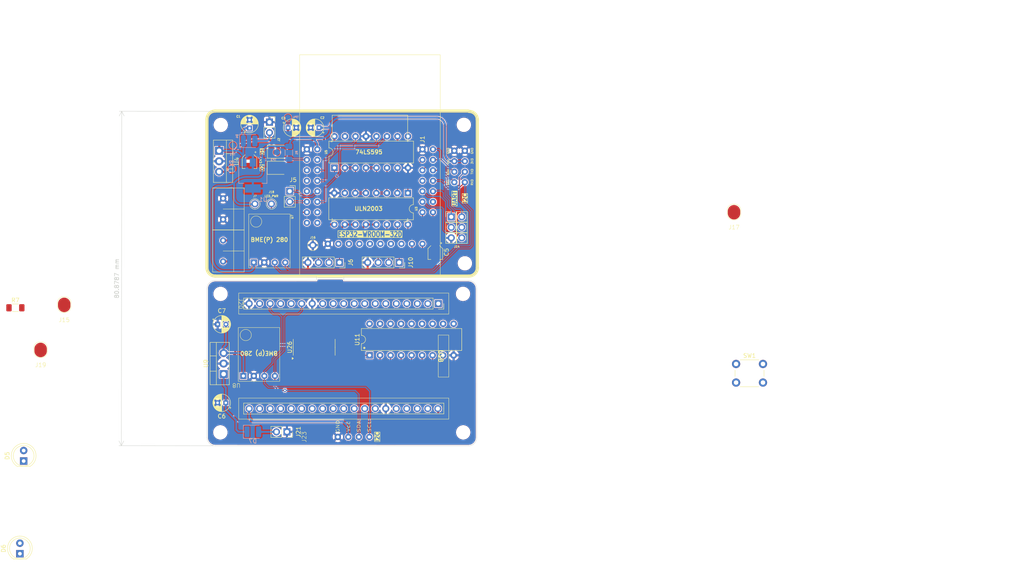
<source format=kicad_pcb>
(kicad_pcb (version 20240108) (generator "pcbnew") (generator_version "8.0")
  (layers (0 "F.Cu" signal) (31 "B.Cu" signal) (34 "B.Paste" user) (35 "F.Paste" user) (36 "B.SilkS" user "B.Silkscreen") (37 "F.SilkS" user "F.Silkscreen") (38 "B.Mask" user) (39 "F.Mask" user) (44 "Edge.Cuts" user))
  (net 0 "")
  (net 1 "GND")
  (net 2 "+3V3")
  (net 3 "+5V")
  (net 4 "/RXD")
  (net 5 "/TXD")
  (net 6 "/SDA")
  (net 7 "/OUT2")
  (net 8 "/SCL")
  (net 9 "/OUT1")
  (net 10 "/EN")
  (net 11 "/SOURCE2")
  (net 12 "/SOURCE1")
  (net 13 "/SOURCE3")
  (net 14 "/VDC")
  (net 15 "/DAC1")
  (net 16 "/DAC2")
  (net 17 "/GPIO13")
  (net 18 "/GPIO19")
  (net 19 "/GPIO17")
  (net 20 "/GPIO5")
  (net 21 "/GPIO18")
  (net 22 "/GPIO36")
  (net 23 "/ADC2_CH3")
  (net 24 "/SD_DATA1")
  (net 25 "/SD_DATA2")
  (net 26 "/SD_CLK")
  (net 27 "/SD_CMD")
  (net 28 "/SD_DATA3")
  (net 29 "/ADC2_CH0")
  (net 30 "/GPIO23")
  (net 31 "/SD_DATA0")
  (net 32 "/ADC2_CH2")
  (net 33 "/BOOT")
  (net 34 "/GPIO39")
  (net 35 "/SOURCE4")
  (net 36 "/SOURCE5")
  (net 37 "/SIPO_DATA")
  (net 38 "/SIPO_CLK")
  (net 40 "/SIPO_LATCH")
  (net 41 "/GPIO14")
  (net 43 "/I3")
  (net 44 "/I6")
  (net 45 "/I7")
  (net 46 "/I5")
  (net 47 "/OUT3")
  (net 48 "/VIN")
  (net 49 "/I1")
  (net 52 "Net-(D5-Pad1)")
  (net 53 "Net-(J15-Pin_1)")
  (net 54 "Net-(J19-Pin_1)")
  (net 55 "/GPIO_33")
  (net 67 "/RX")
  (net 72 "/TX")
  (net 87 "/SCL-2")
  (net 88 "/SDA-2")
  (net 89 "/SIPO_CLK-2")
  (net 91 "/SIPO_DATA-2")
  (net 92 "/SIPO_LATCH-2")
  (net 101 "/QB-2")
  (net 102 "/QC-2")
  (net 103 "/QE-2")
  (net 104 "/QA-2")
  (net 105 "/QD-2")
  (net 106 "/QG-2")
  (net 107 "/QH-2")
  (net 108 "/QF-2")
  (footprint "Capacitor_THT:CP_Radial_D4.0mm_P2.00mm" (layer "F.Cu") (at 107 44.2 180)
    (property "Reference" "C2")
    (property "Value" "1uF")
  )
  (footprint "LED_SMD:LED_1210_3225Metric_Pad1.42x2.65mm_HandSolder" (layer "F.Cu") (at 96.9525 53.9)
    (property "Reference" "D2")
    (property "Value" "STATUS")
  )
  (footprint "Capacitor_SMD:CP_Elec_3x5.3" (layer "F.Cu") (at 90.2 52.3 -90)
    (property "Reference" "C4")
    (property "Value" "0.1uF")
  )
  (footprint "Resistor_SMD:R_1206_3216Metric_Pad1.30x1.75mm_HandSolder" (layer "F.Cu") (at 33.612 87.7585)
    (property "Reference" "R7")
    (property "Value" "4K7")
  )
  (footprint "LED_THT:LED_D5.0mm" (layer "F.Cu") (at 34.7 147.25 90)
    (property "Reference" "D6")
    (property "Value" "LED_STATUS")
  )
  (footprint "Button_Switch_THT:SW_PUSH_6mm" (layer "F.Cu") (at 207.8 101.35)
    (property "Reference" "SW1")
    (property "Value" "SW_Push")
  )
  (footprint "Alexander Footprint Library:Pad_1x01_P2.54_SMD" (layer "F.Cu") (at 39.712 102.098)
    (property "Reference" "J19")
    (property "Value" "LED_PWR")
  )
  (footprint "Alexander Footprints Library:ESP32-WROOM-Adapter-Socket-2" (layer "F.Cu") (at 119.3 57.04)
    (property "Reference" "J1")
    (property "Value" "~")
  )
  (footprint "Alexander Footprint Library:Pad_1x01_P2.54_SMD" (layer "F.Cu") (at 45.412 91.198)
    (property "Reference" "J15")
    (property "Value" "LED_PWR")
  )
  (footprint "MountingHole:MountingHole_3mm" (layer "F.Cu") (at 142 43.5)
    (property "Reference" "H1" (hide yes))
    (property "Value" "MountingHole_Pad")
  )
  (footprint "Connector_PinSocket_2.54mm:PinSocket_1x02_P2.54mm_Vertical" (layer "F.Cu") (at 99.25 117.775 -90)
    (property "Reference" "J21")
    (property "Value" "PWR")
  )
  (footprint "MountingHole:MountingHole_3mm" (layer "F.Cu") (at 83.25 43.53)
    (property "Reference" "H2" (hide yes))
    (property "Value" "MountingHole_Pad")
  )
  (footprint "Package_DIP:DIP-16_W7.62mm" (layer "F.Cu") (at 128.475 60 -90)
    (property "Reference" "U3")
    (property "Value" "ULN2003")
  )
  (footprint "Alexander Footprints Library:Conn_Terminal_5mm" (layer "F.Cu") (at 83.82 53.69)
    (property "Reference" "J9" (hide yes))
    (property "Value" "Conn_01x02_Socket")
  )
  (footprint "Alexander Footprint Library:Pad_1x01_P2.54_SMD" (layer "F.Cu") (at 207.3 68.7895)
    (property "Reference" "J17")
    (property "Value" "GND")
  )
  (footprint "MountingHole:MountingHole_3mm" (layer "F.Cu") (at 141.85 117.9)
    (property "Reference" "H4" (hide yes))
    (property "Value" "MountingHole_Pad")
  )
  (footprint "Capacitor_THT:CP_Radial_D4.0mm_P2.00mm" (layer "F.Cu") (at 82.5 91.75)
    (property "Reference" "C7")
    (property "Value" "1uF")
  )
  (footprint "Package_SO:SO-16_3.9x9.9mm_P1.27mm" (layer "F.Cu") (at 105.825 97.315 90)
    (property "Reference" "U26")
    (property "Value" "74LS595")
  )
  (footprint "Package_DIP:DIP-16_W7.62mm" (layer "F.Cu") (at 110.725 53.9 90)
    (property "Reference" "U5")
    (property "Value" "74LS595")
  )
  (footprint "Alexander Footprint Library:PinSocket_1x01_P2.54" (layer "F.Cu") (at 91.5 65.19)
    (property "Reference" "J7")
    (property "Value" "LED_PWR")
  )
  (footprint "Connector_PinSocket_2.54mm:PinSocket_1x02_P2.54mm_Vertical" (layer "F.Cu") (at 95.025 42.85)
    (property "Reference" "J2")
    (property "Value" "PWR")
  )
  (footprint "Connector_PinSocket_2.54mm:PinSocket_1x04_P2.54mm_Vertical" (layer "F.Cu") (at 111.94 76.8 -90)
    (property "Reference" "J6")
    (property "Value" "SOURCE")
  )
  (footprint "MountingHole:MountingHole_3mm" (layer "F.Cu") (at 83.15 117.9)
    (property "Reference" "H4" (hide yes))
    (property "Value" "MountingHole_Pad")
  )
  (footprint "Connector_PinSocket_2.54mm:PinSocket_1x04_P2.54mm_Vertical" (layer "F.Cu") (at 126.38 76.8 -90)
    (property "Reference" "J10")
    (property "Value" "ADC")
  )
  (footprint "PCM_Package_DIP_AKL:DIP-18_W7.62mm" (layer "F.Cu") (at 119.21 99.25 90)
    (property "Reference" "U11")
    (property "Value" "ULN2801A" (hide yes))
  )
  (footprint "Capacitor_SMD:CP_Elec_3x5.3" (layer "F.Cu") (at 135.1 74.3 -90)
    (property "Reference" "C5")
    (property "Value" "0.1uF")
  )
  (footprint "MountingHole:MountingHole_3mm" (layer "F.Cu") (at 141.8 84.4)
    (property "Reference" "H4" (hide yes))
    (property "Value" "MountingHole_Pad")
  )
  (footprint "Capacitor_THT:CP_Radial_D4.0mm_P2.00mm" (layer "F.Cu") (at 99.5 44.2)
    (property "Reference" "C3")
    (property "Value" "1uF")
  )
  (footprint "Alexander Footprint Library:LD1117" (layer "F.Cu") (at 83.945 103.79 90)
    (property "Reference" "U9")
    (property "Value" "L7805")
  )
  (footprint "Alexander Footprint Library:PinSocket_1x01_P2.54" (layer "F.Cu") (at 95.5 65.19)
    (property "Reference" "J18")
    (property "Value" "LED_PWR")
  )
  (footprint "Alexander Footprint Library:Conn_I2C" (layer "F.Cu") (at 103.92 119 90)
    (property "Reference" "J23")
    (property "Value" "I2C")
  )
  (footprint "Capacitor_THT:CP_Radial_D4.0mm_P2.00mm" (layer "F.Cu") (at 84.4726 110.75 180)
    (property "Reference" "C6")
    (property "Value" "1uF")
  )
  (footprint "Alexander Footprint Library:Conn_ESP32_WROOM-DevKit-38pins" (layer "F.Cu") (at 87.57 86.75 -90)
    (property "Reference" "J20")
    (property "Value" "~")
  )
  (footprint "MountingHole:MountingHole_3mm" (layer "F.Cu") (at 83.2 84.4)
    (property "Reference" "H4" (hide yes))
    (property "Value" "MountingHole_Pad")
  )
  (footprint "Connector_PinSocket_2.54mm:PinSocket_1x02_P2.54mm_Vertical" (layer "F.Cu") (at 99.925 59.55)
    (property "Reference" "J5")
    (property "Value" "DAC")
  )
  (footprint "Alexander Footprint Library:CONN_2x3" (layer "F.Cu") (at 138.96 60.68)
    (property "Reference" "J14")
    (property "Value" "GPIO")
  )
  (footprint "Alexander Footprints Library:Conn_UART" (layer "F.Cu") (at 139.7 42.15)
    (property "Reference" "J3" (hide yes))
    (property "Value" "UART")
  )
  (footprint "Alexander Footprint Library:PinSocket_1x01_P2.54" (layer "F.Cu") (at 105.5 75.19)
    (property "Reference" "J16")
    (property "Value" "GND")
  )
  (footprint "Capacitor_THT:CP_Radial_D4.0mm_P2.00mm" (layer "F.Cu") (at 90.2 44.3 90)
    (property "Reference" "C1")
    (property "Value" "1uF")
  )
  (footprint "Alexander Footprint Library:BME280_BMP280_I2C" (layer "F.Cu") (at 90 78.1 90)
    (property "Reference" "U7")
    (property "Value" "BME(P)280")
  )
  (footprint "Alexander Footprint Library:LD1117" (layer "F.Cu") (at 82.855 49.77 -90)
    (property "Reference" "U4")
    (property "Value" "L7805")
  )
  (footprint "Alexander Footprints Library:Conn_I2C" (layer "F.Cu") (at 142.24 42.15)
    (property "Reference" "J4" (hide yes))
    (property "Value" "I2C")
  )
  (footprint "LED_THT:LED_D5.0mm" (layer "F.Cu") (at 35.612 124.8335 90)
    (property "Reference" "D5")
    (property "Value" "LED_PWR")
  )
  (footprint "Alexander Footprint Library:BME280_BMP280_I2C" (layer "F.Cu") (at 87.49 105.55 90)
    (property "Reference" "U8")
    (property "Value" "BME(P)280")
  )
  (footprint "LED_SMD:LED_1210_3225Metric_Pad1.42x2.65mm_HandSolder" (layer "F.Cu") (at 97 50)
    (property "Reference" "D1")
    (property "Value" "PWR")
  )
  (footprint "MountingHole:MountingHole_3mm" (layer "F.Cu") (at 142.25 77)
    (property "Reference" "H4" (hide yes))
    (property "Value" "MountingHole_Pad")
  )
  (footprint "Alexander Footprints Library:Conn_Terminal_5mm" (layer "F.Cu") (at 83.82 63.85)
    (property "Reference" "J8" (hide yes))
    (property "Value" "Conn_01x02_Socket")
  )
  (footprint "TestPoint:TestPoint_Pad_D1.5mm" (layer "B.Cu") (at 99.5 41.75 180)
    (property "Reference" "TP4")
    (property "Value" "5V")
  )
  (footprint "TestPoint:TestPoint_Pad_D1.5mm" (layer "B.Cu") (at 96.8 50.15 180)
    (property "Reference" "TP3")
    (property "Value" "3V3")
  )
  (footprint "Diode_SMD:D_1210_3225Metric" (layer "B.Cu") (at 91 117.75)
    (property "Reference" "D7")
    (property "Value" "D")
  )
  (footprint "Resistor_SMD:R_1206_3216Metric_Pad1.30x1.75mm_HandSolder" (layer "B.Cu") (at 99.7 50.25 -90)
    (property "Reference" "R1")
    (property "Value" "10K")
  )
  (footprint "Diode_SMD:D_1210_3225Metric" (layer "B.Cu") (at 90.1 47.4)
    (property "Reference" "D4")
    (property "Value" "D")
  )
  (footprint "TestPoint:TestPoint_Pad_D1.5mm" (layer "B.Cu") (at 86.2 48.45 180)
    (property "Reference" "TP1")
    (property "Value" "VIN")
  )
  (footprint "TestPoint:TestPoint_Pad_D1.5mm" (layer "B.Cu") (at 85.9 54.15 180)
    (property "Reference" "TP2")
    (property "Value" "GND")
  )
  (footprint "Package_TO_SOT_SMD:SOT-223-3_TabPin2" (layer "B.Cu") (at 91 55.75 -90)
    (property "Reference" "U1")
    (property "Value" "MAX1726EUK33")
  )
  (gr_line (start 145.25 42.11421) (end 145.25 78.085782) (stroke (width 0.75)) (layer "F.SilkS"))
  (gr_line (start 81.914218 40.164218) (end 143.08579 40.164218) (stroke (width 0.75)) (layer "F.SilkS"))
  (gr_arc (start 145.25 78.085782) (mid 144.66422 79.500007) (end 143.25 80.085782) (stroke (width 0.75)) (layer "F.SilkS"))
  (gr_line (start 79.914218 42.11421) (end 79.914218 78.085782) (stroke (width 0.75)) (layer "F.SilkS"))
  (gr_arc (start 81.914218 80.085782) (mid 80.499999 79.500001) (end 79.914218 78.085782) (stroke (width 0.75)) (layer "F.SilkS"))
  (gr_arc (start 143.25 40.25) (mid 144.664214 40.835786) (end 145.25 42.25) (stroke (width 0.75)) (layer "F.SilkS"))
  (gr_arc (start 79.914218 42.164218) (mid 80.499999 40.749999) (end 81.914218 40.164218) (stroke (width 0.75)) (layer "F.SilkS"))
  (gr_line (start 81.914214 80.085782) (end 143.085786 80.085782) (stroke (width 0.75)) (layer "F.SilkS"))
  (gr_line (start 82.014214 80.235786) (end 106.4 80.25) (stroke (width 0.1)) (layer "Edge.Cuts"))
  (gr_line (start 80 42.25) (end 80.014214 78.235786) (stroke (width 0.1)) (layer "Edge.Cuts"))
  (gr_arc (start 79.921321 83.157107) (mid 80.507106 81.742896) (end 81.921321 81.157107) (stroke (width 0.1)) (layer "Edge.Cuts"))
  (gr_line (start 81.921321 121.128679) (end 143.107107 121.142893) (stroke (width 0.1)) (layer "Edge.Cuts"))
  (gr_arc (start 81.921321 121.128679) (mid 80.507101 120.542899) (end 79.921321 119.128679) (stroke (width 0.1)) (layer "Edge.Cuts"))
  (gr_line (start 143.092893 81.157107) (end 113 81.15) (stroke (width 0.1)) (layer "Edge.Cuts"))
  (gr_arc (start 145.107107 119.142893) (mid 144.521321 120.557107) (end 143.107107 121.142893) (stroke (width 0.1)) (layer "Edge.Cuts"))
  (gr_line (start 106.4 81.15) (end 81.921321 81.157107) (stroke (width 0.1)) (layer "Edge.Cuts"))
  (gr_arc (start 143.185786 40.264214) (mid 144.600004 40.849996) (end 145.185786 42.264214) (stroke (width 0.1)) (layer "Edge.Cuts"))
  (gr_line (start 113 80.25) (end 143.185786 80.235786) (stroke (width 0.1)) (layer "Edge.Cuts"))
  (gr_arc (start 82.014214 80.235786) (mid 80.599996 79.650004) (end 80.014214 78.235786) (stroke (width 0.1)) (layer "Edge.Cuts"))
  (gr_line (start 145.185786 42.264214) (end 145.185786 78.235786) (stroke (width 0.1)) (layer "Edge.Cuts"))
  (gr_arc (start 80 42.25) (mid 80.585786 40.835786) (end 82 40.25) (stroke (width 0.1)) (layer "Edge.Cuts"))
  (gr_line (start 145.107107 119.142893) (end 145.092893 83.157107) (stroke (width 0.1)) (layer "Edge.Cuts"))
  (gr_line (start 79.921321 119.128679) (end 79.921321 83.157107) (stroke (width 0.1)) (layer "Edge.Cuts"))
  (gr_line (start 106.4 81.15) (end 106.4 80.25) (stroke (width 0.1)) (layer "Edge.Cuts"))
  (gr_arc (start 145.185786 78.235786) (mid 144.600004 79.650004) (end 143.185786 80.235786) (stroke (width 0.1)) (layer "Edge.Cuts"))
  (gr_arc (start 143.092893 81.157107) (mid 144.507112 81.742888) (end 145.092893 83.157107) (stroke (width 0.1)) (layer "Edge.Cuts"))
  (gr_line (start 113 81.15) (end 113 80.25) (stroke (width 0.1)) (layer "Edge.Cuts"))
  (gr_line (start 143.185786 40.264214) (end 82 40.25) (stroke (width 0.1)) (layer "Edge.Cuts"))
  (gr_text "74LS595" (at 119.057143 50.1 0) (layer "F.SilkS") (effects (font (size 1 1) (thickness 0.2) (bold yes))))
  (gr_text "ULN2003" (at 115.5 64.374 0) (layer "F.SilkS") (effects (font (size 1 1) (thickness 0.2) (bold yes)) (justify left bottom)))
  (dimension (type aligned) (layer "Edge.Cuts") (pts (xy 81.921321 121.128679) (xy 82 40.25)) (height -22.6907) (gr_text "80.8787 mm" (at 58.119973 80.666146 89.94426182) (layer "Edge.Cuts") (effects (font (size 1 1) (thickness 0.15)))) (format (prefix "") (suffix "") (units 3) (units_format 1) (precision 4)) (style (thickness 0.1) (arrow_length 1.27) (text_position_mode 0) (extension_height 0.58642) (extension_offset 0.5) keep_text_aligned))
  (segment (start 84.21 66) (end 83.82 66.39) (width 0.5) (layer "F.Cu") (net 1))
  (segment (start 101.5 48.103553) (end 101.5 49.573223) (width 0.25) (layer "F.Cu") (net 2))
  (segment (start 105.575735 47.25) (end 102.353553 47.25) (width 0.25) (layer "F.Cu") (net 2))
  (segment (start 106.6 48.274264) (end 106.6 49.42) (width 0.25) (layer "F.Cu") (net 2))
  (segment (start 138.021593 51.871593) (end 137.93 51.78) (width 0.5) (layer "F.Cu") (net 2))
  (segment (start 108.946446 44.2) (end 107 44.2) (width 0.5) (layer "F.Cu") (net 2))
  (segment (start 109.8 43.346446) (end 109.8 43.15) (width 0.5) (layer "F.Cu") (net 2))
  (segment (start 137.4 50.500466) (end 137.4 43.627817) (width 0.5) (layer "F.Cu") (net 2))
  (segment (start 101.073223 50) (end 98.4875 50) (width 0.25) (layer "F.Cu") (net 2))
  (segment (start 139.08 52.31) (end 139.7 52.31) (width 0.5) (layer "F.Cu") (net 2))
  (segment (start 110.188908 42.211091) (end 110.225 42.175) (width 0.5) (layer "F.Cu") (net 2))
  (segment (start 135.522182 41.75) (end 111.25104 41.75) (width 0.5) (layer "F.Cu") (net 2))
  (arc (start 106.3 47.55) (mid 105.967704 47.327967) (end 105.575735 47.25) (width 0.25) (layer "F.Cu") (net 2))
  (arc (start 101.5 49.573223) (mid 101.467513 49.736543) (end 101.375 49.875) (width 0.25) (layer "F.Cu") (net 2))
  (arc (start 111.25104 41.75) (mid 110.695751 41.860453) (end 110.225 42.175) (width 0.5) (layer "F.Cu") (net 2))
  (arc (start 110.188908 42.211091) (mid 109.901073 42.641866) (end 109.8 43.15) (width 0.5) (layer "F.Cu") (net 2))
  (arc (start 138.021593 51.871593) (mid 138.507194 52.196061) (end 139.08 52.31) (width 0.5) (layer "F.Cu") (net 2))
  (arc (start 102.353553 47.25) (mid 102.026912 47.314972) (end 101.75 47.5) (width 0.25) (layer "F.Cu") (net 2))
  (arc (start 109.8 43.346446) (mid 109.735027 43.673087) (end 109.55 43.95) (width 0.5) (layer "F.Cu") (net 2))
  (arc (start 106.3 47.55) (mid 106.522032 47.882295) (end 106.6 48.274264) (width 0.25) (layer "F.Cu") (net 2))
  (arc (start 109.55 43.95) (mid 109.273087 44.135027) (end 108.946446 44.2) (width 0.5) (layer "F.Cu") (net 2))
  (arc (start 136.85 42.3) (mid 137.257059 42.909207) (end 137.4 43.627817) (width 0.5) (layer "F.Cu") (net 2))
  (arc (start 101.75 47.5) (mid 101.564972 47.776912) (end 101.5 48.103553) (width 0.25) (layer "F.Cu") (net 2))
  (arc (start 101.375 49.875) (mid 101.236543 49.967513) (end 101.073223 50) (width 0.25) (layer "F.Cu") (net 2))
  (arc (start 137.4 50.500466) (mid 137.537742 51.192944) (end 137.93 51.78) (width 0.5) (layer "F.Cu") (net 2))
  (arc (start 136.85 42.3) (mid 136.240792 41.89294) (end 135.522182 41.75) (width 0.5) (layer "F.Cu") (net 2))
  (segment (start 96.075 48.7) (end 97.525 48.7) (width 0.5) (layer "B.Cu") (net 2))
  (segment (start 109.408578 44.2) (end 107 44.2) (width 0.5) (layer "B.Cu") (net 2))
  (segment (start 81.3 75.997918) (end 81.3 59.75104) (width 0.5) (layer "B.Cu") (net 2))
  (segment (start 93.3 54.905025) (end 93.3 52.6) (width 0.5) (layer "B.Cu") (net 2))
  (segment (start 100 48.7) (end 100 48.03033) (width 0.5) (layer "B.Cu") (net 2))
  (segment (start 139.13 52.31) (end 139.7 52.31) (width 0.5) (layer "B.Cu") (net 2))
  (segment (start 138.156949 51.906949) (end 138.03 51.78) (width 0.5) (layer "B.Cu") (net 2))
  (segment (start 106.6 48.627817) (end 106.6 49.299791) (width 0.5) (layer "B.Cu") (net 2))
  (segment (start 84.202081 78.9) (end 89.990883 78.9) (width 0.5) (layer "B.Cu") (net 2))
  (segment (start 109.75 43.858578) (end 109.75 44.141421) (width 0.5) (layer "B.Cu") (net 2))
  (segment (start 104.722182 46.75) (end 106.277817 46.75) (width 0.5) (layer "B.Cu") (net 2))
  (segment (start 139.7 52.31) (end 142.24 52.31) (width 0.5) (layer "B.Cu") (net 2))
  (segment (start 137.5 50.500466) (end 137.5 43.883883) (width 0.5) (layer "B.Cu") (net 2))
  (segment (start 88.207106 62.75) (end 91.5 62.75) (width 0.5) (layer "B.Cu") (net 2))
  (segment (start 86.5 61.042893) (end 86.5 57.5) (width 0.5) (layer "B.Cu") (net 2))
  (segment (start 90.11 114.36) (end 90.11 112.15) (width 0.5) (layer "B.Cu") (net 2))
  (segment (start 112.75 115.25) (end 91 115.25) (width 0.5) (layer "B.Cu") (net 2))
  (segment (start 91.22 77.670883) (end 91.22 76.8) (width 0.5) (layer "B.Cu") (net 2))
  (segment (start 89.455634 56.1) (end 92.105025 56.1) (width 0.5) (layer "B.Cu") (net 2))
  (segment (start 114.08 119) (end 114.08 116.58) (width 0.5) (layer "B.Cu") (net 2))
  (segment (start 96.075 48.7) (end 95.177817 48.7) (width 0.5) (layer "B.Cu") (net 2))
  (segment (start 104.722182 46.75) (end 101.28033 46.75) (width 0.5) (layer "B.Cu") (net 2))
  (segment (start 109.149999 46.149999) (end 109.201992 46.098007) (width 0.5) (layer "B.Cu") (net 2))
  (segment (start 96.8 49.425) (end 96.8 50.15) (width 0.25) (layer "B.Cu") (net 2))
  (segment (start 109.75 43.625) (end 109.75 43.858578) (width 0.5) (layer "B.Cu") (net 2))
  (segment (start 106.277817 46.75) (end 107.701471 46.75) (width 0.5) (layer "B.Cu") (net 2))
  (segment (start 114.08 116.58) (end 112.75 115.25) (width 0.5) (layer "B.Cu") (net 2))
  (segment (start 110.015165 42.984834) (end 110.5 42.5) (width 0.5) (layer "B.Cu") (net 2))
  (segment (start 93.3 52.6) (end 93.3 50.577817) (width 0.5) (layer "B.Cu") (net 2))
  (segment (start 82.75104 58.3) (end 84.144365 58.3) (width 0.5) (layer "B.Cu") (net 2))
  (segment (start 106.685 49.335) (end 106.77 49.25) (width 0.5) (layer "B.Cu") (net 2))
  (segment (start 109.75 44.775) (end 109.75 44.141421) (width 0.5) (layer "B.Cu") (net 2))
  (segment (start 91 115.25) (end 90.11 114.36) (width 0.5) (layer "B.Cu") (net 2))
  (segment (start 112.31066 41.75) (end 135.366116 41.75) (width 0.5) (layer "B.Cu") (net 2))
  (segment (start 100 48.7) (end 97.525 48.7) (width 0.5) (layer "B.Cu") (net 2))
  (arc (start 136.875 42.375) (mid 137.337567 43.067281) (end 137.5 43.883883) (width 0.5) (layer "B.Cu") (net 2))
  (arc (start 137.5 50.500466) (mid 137.637742 51.192944) (end 138.03 51.78) (width 0.5) (layer "B.Cu") (net 2))
  (arc (start 93.3 54.905025) (mid 93.209037 55.362322) (end 92.95 55.75) (width 0.5) (layer "B.Cu") (net 2))
  (arc (start 86.8 57.2) (mid 85.581584 58.014119) (end 84.144365 58.3) (width 0.5) (layer "B.Cu") (net 2))
  (arc (start 106.6 49.299791) (mid 106.630737 49.345793) (end 106.685 49.335) (width 0.5) (layer "B.Cu") (net 2))
  (arc (start 89.455634 56.1) (mid 88.018415 56.38588) (end 86.8 57.2) (width 0.5) (layer "B.Cu") (net 2))
  (arc (start 86.5 61.042893) (mid 86.629945 61.696174) (end 87 62.25) (width 0.5) (layer "B.Cu") (net 2))
  (arc (start 82.75104 58.3) (mid 82.195751 58.410453) (end 81.725 58.725) (width 0.5) (layer "B.Cu") (net 2))
  (arc (start 92.95 55.75) (mid 92.562322 56.009037) (end 92.105025 56.1) (width 0.5) (layer "B.Cu") (net 2))
  (arc (start 95.177817 48.7) (mid 94.459207 48.84294) (end 93.85 49.25) (width 0.5) (layer "B.Cu") (net 2))
  (arc (start 96.8 49.425) (mid 96.587652 48.912347) (end 96.075 48.7) (width 0.25) (layer "B.Cu") (net 2))
  (arc (start 82.15 78.05) (mid 83.091502 78.679092) (end 84.202081 78.9) (width 0.5) (layer "B.Cu") (net 2))
  (arc (start 110.015165 42.984834) (mid 109.818914 43.278544) (end 109.75 43.625) (width 0.5) (layer "B.Cu") (net 2))
  (arc (start 109.75 44.141421) (mid 109.713838 44.087301) (end 109.65 44.1) (width 0.5) (layer "B.Cu") (net 2))
  (arc (start 136.875 42.375) (mid 136.182718 41.912432) (end 135.366116 41.75) (width 0.5) (layer "B.Cu") (net 2))
  (arc (start 93.85 49.25) (mid 93.44294 49.859207) (end 93.3 50.577817) (width 0.5) (layer "B.Cu") (net 2))
  (arc (start 90.86 78.54) (mid 90.461245 78.806439) (end 89.990883 78.9) (width 0.5) (layer "B.Cu") (net 2))
  (arc (start 109.65 44.1) (mid 109.539234 44.17401) (end 109.408578 44.2) (width 0.5) (layer "B.Cu") (net 2))
  (arc (start 87 62.25) (mid 87.553825 62.620054) (end 88.207106 62.75) (width 0.5) (layer "B.Cu") (net 2))
  (arc (start 81.725 58.725) (mid 81.410453 59.195751) (end 81.3 59.75104) (width 0.5) (layer "B.Cu") (net 2))
  (arc (start 106.05 47.3) (mid 105.440792 46.89294) (end 104.722182 46.75) (width 0.5) (layer "B.Cu") (net 2))
  (arc (start 138.156949 51.906949) (mid 138.603388 52.20525) (end 139.13 52.31) (width 0.5) (layer "B.Cu") (net 2))
  (arc (start 101.28033 46.75) (mid 100.790368 46.847459) (end 100.375 47.125) (width 0.5) (layer "B.Cu") (net 2))
  (arc (start 106.05 47.3) (mid 106.457059 47.909207) (end 106.6 48.627817) (width 0.5) (layer "B.Cu") (net 2))
  (arc (start 106.277817 46.75) (mid 105.980159 46.948888) (end 106.05 47.3) (width 0.5) (layer "B.Cu") (net 2))
  (arc (start 91.22 77.670883) (mid 91.126439 78.141245) (end 90.86 78.54) (width 0.5) (layer "B.Cu") (net 2))
  (arc (start 109.75 44.775) (mid 109.607577 45.491006) (end 109.201992 46.098007) (width 0.5) (layer "B.Cu") (net 2))
  (arc (start 109.65 44.1) (mid 109.72401 43.989234) (end 109.75 43.858578) (width 0.5) (layer "B.Cu") (net 2))
  (arc (start 112.31066 41.75) (mid 111.330737 41.944918) (end 110.5 42.5) (width 0.5) (layer "B.Cu") (net 2))
  (arc (start 100.375 47.125) (mid 100.097459 47.540368) (end 100 48.03033) (width 0.5) (layer "B.Cu") (net 2))
  (arc (start 109.149999 46.149999) (mid 108.485409 46.594064) (end 107.701471 46.75) (width 0.5) (layer "B.Cu") (net 2))
  (arc (start 81.3 75.997918) (mid 81.520907 77.108496) (end 82.15 78.05) (width 0.5) (layer "B.Cu") (net 2))
  (segment (start 99.5 45.693413) (end 99.5 44.2) (width 0.5) (layer "F.Cu") (net 3))
  (segment (start 110.512652 48.95) (end 109.487347 48.95) (width 0.5) (layer "F.Cu") (net 3))
  (segment (start 87.75 115.25) (end 135.25 115.25) (width 0.5) (layer "F.Cu") (net 3))
  (segment (start 98.6375 46.9625) (end 99.2125 46.3875) (width 0.5) (layer "F.Cu") (net 3))
  (segment (start 83.945 98.71) (end 86.21 98.71) (width 0.5) (layer "F.Cu") (net 3))
  (segment (start 86.75 99.25) (end 86.75 100) (width 0.5) (layer "F.Cu") (net 3))
  (segment (start 110.725 47.712347) (end 110.725 46.28) (width 0.5) (layer "F.Cu") (net 3))
  (segment (start 101.38 94.74) (end 101.38 96.37) (width 0.5) (layer "F.Cu") (net 3))
  (segment (start 125.341906 48.95) (end 110.512652 48.95) (width 0.5) (layer "F.Cu") (net 3))
  (segment (start 108.3 49.803553) (end 108.3 65.537329) (width 0.5) (layer "F.Cu") (net 3))
  (segment (start 84.648959 54.85) (end 82.855 54.85) (width 0.5) (layer "F.Cu") (net 3))
  (segment (start 108.3 49.803553) (end 108.3 49.096446) (width 0.5) (layer "F.Cu") (net 3))
  (segment (start 91.306675 47.25) (end 97.943413 47.25) (width 0.5) (layer "F.Cu") (net 3))
  (segment (start 135.81 114.69) (end 135.81 112.15) (width 0.5) (layer "F.Cu") (net 3))
  (segment (start 108.5 92.25) (end 109 92.75) (width 0.5) (layer "F.Cu") (net 3))
  (segment (start 86.1 52.15) (end 86.1 53.398959) (width 0.5) (layer "F.Cu") (net 3))
  (segment (start 86.75 114.25) (end 87.75 115.25) (width 0.5) (layer "F.Cu") (net 3))
  (segment (start 101.38 96.37) (end 101 96.75) (width 0.5) (layer "F.Cu") (net 3))
  (segment (start 86.75 100) (end 86.75 114.25) (width 0.5) (layer "F.Cu") (net 3))
  (segment (start 102 92.25) (end 108.5 92.25) (width 0.5) (layer "F.Cu") (net 3))
  (segment (start 86.75 100) (end 86.75 97.25) (width 0.5) (layer "F.Cu") (net 3))
  (segment (start 107.608621 46.675) (end 99.331586 46.675) (width 0.5) (layer "F.Cu") (net 3))
  (segment (start 86.21 98.71) (end 86.75 99.25) (width 0.5) (layer "F.Cu") (net 3))
  (segment (start 108.3 49.096446) (end 108.3 47.366378) (width 0.5) (layer "F.Cu") (net 3))
  (segment (start 101.38 92.87) (end 102 92.25) (width 0.5) (layer "F.Cu") (net 3))
  (segment (start 109.104574 67.204574) (end 108.91 67.01) (width 0.5) (layer "F.Cu") (net 3))
  (segment (start 109 92.75) (end 109 94.74) (width 0.5) (layer "F.Cu") (net 3))
  (segment (start 87.25 96.75) (end 86.75 97.25) (width 0.5) (layer "F.Cu") (net 3))
  (segment (start 135.25 115.25) (end 135.81 114.69) (width 0.5) (layer "F.Cu") (net 3))
  (segment (start 110.1075 67.62) (end 110.695 67.62) (width 0.5) (layer "F.Cu") (net 3))
  (segment (start 101 96.75) (end 87.25 96.75) (width 0.5) (layer "F.Cu") (net 3))
  (segment (start 101.38 94.74) (end 101.38 92.87) (width 0.5) (layer "F.Cu") (net 3))
  (segment (start 87.408147 48.991852) (end 87.625 48.775) (width 0.5) (layer "F.Cu") (net 3))
  (segment (start 125.965 48.326906) (end 125.965 46.28) (width 0.5) (layer "F.Cu") (net 3))
  (segment (start 109.487347 48.95) (end 109.153553 48.95) (width 0.5) (layer "F.Cu") (net 3))
  (arc (start 108.0975 46.8775) (mid 108.247371 47.101799) (end 108.3 47.366378) (width 0.5) (layer "F.Cu") (net 3))
  (arc (start 108.3 65.537329) (mid 108.458533 66.334332) (end 108.91 67.01) (width 0.5) (layer "F.Cu") (net 3))
  (arc (start 109.487347 48.95) (mid 109.960976 48.855789) (end 110.3625 48.5875) (width 0.5) (layer "F.Cu") (net 3))
  (arc (start 99.2125 46.3875) (mid 99.175992 46.571035) (end 99.331586 46.675) (width 0.5) (layer "F.Cu") (net 3))
  (arc (start 108.0975 46.8775) (mid 107.8732 46.727628) (end 107.608621 46.675) (width 0.5) (layer "F.Cu") (net 3))
  (arc (start 86.1 53.398959) (mid 85.989546 53.954248) (end 85.675 54.425) (width 0.5) (layer "F.Cu") (net 3))
  (arc (start 109.104574 67.204574) (mid 109.56472 67.512034) (end 110.1075 67.62) (width 0.5) (layer "F.Cu") (net 3))
  (arc (start 108.55 49.2) (mid 108.364972 49.476912) (end 108.3 49.803553) (width 0.5) (layer "F.Cu") (net 3))
  (arc (start 87.408147 48.991852) (mid 86.439976 50.440822) (end 86.1 52.15) (width 0.5) (layer "F.Cu") (net 3))
  (arc (start 85.675 54.425) (mid 85.204248 54.739546) (end 84.648959 54.85) (width 0.5) (layer "F.Cu") (net 3))
  (arc (start 110.3625 48.5875) (mid 110.316468 48.818914) (end 110.512652 48.95) (width 0.5) (layer "F.Cu") (net 3))
  (arc (start 98.6375 46.9625) (mid 98.31905 47.175281) (end 97.943413 47.25) (width 0.5) (layer "F.Cu") (net 3))
  (arc (start 110.725 47.712347) (mid 110.630789 48.185976) (end 110.3625 48.5875) (width 0.5) (layer "F.Cu") (net 3))
  (arc (start 108.3 49.096446) (mid 108.390403 49.231745) (end 108.55 49.2) (width 0.5) (layer "F.Cu") (net 3))
  (arc (start 91.306675 47.25) (mid 89.314166 47.646334) (end 87.625 48.775) (width 0.5) (layer "F.Cu") (net 3))
  (arc (start 109.153553 48.95) (mid 108.826912 49.014972) (end 108.55 49.2) (width 0.5) (layer "F.Cu") (net 3))
  (arc (start 99.331586 46.675) (mid 98.955949 46.749718) (end 98.6375 46.9625) (width 0.5) (layer "F.Cu") (net 3))
  (arc (start 125.7825 48.7675) (mid 125.580353 48.902569) (end 125.341906 48.95) (width 0.5) (layer "F.Cu") (net 3))
  (arc (start 99.5 45.693413) (mid 99.425281 46.06905) (end 99.2125 46.3875) (width 0.5) (layer "F.Cu") (net 3))
  (arc (start 125.965 48.326906) (mid 125.917569 48.565353) (end 125.7825 48.7675) (width 0.5) (layer "F.Cu") (net 3))
  (segment (start 83.945 97.305) (end 84.5 96.75) (width 0.5) (layer "B.Cu") (net 3))
  (segment (start 87.96 98.71) (end 88.71 99.46) (width 0.5) (layer "B.Cu") (net 3))
  (segment (start 83.945 98.71) (end 83.945 97.305) (width 0.5) (layer "B.Cu") (net 3))
  (segment (start 84.5 96.75) (end 84.5 91.75) (width 0.5) (layer "B.Cu") (net 3))
  (segment (start 83.945 98.71) (end 87.96 98.71) (width 0.5) (layer "B.Cu") (net 3))
  (segment (start 99.5 42.25) (end 99.5 44.2) (width 0.25) (layer "B.Cu") (net 3))
  (segment (start 88.71 99.46) (end 88.71 104.25) (width 0.5) (layer "B.Cu") (net 3))
  (segment (start 139.7 57.35) (end 139.7 57.39) (width 0.25) (layer "F.Cu") (net 4))
  (segment (start 133.25 53.25) (end 135.6 53.25) (width 0.25) (layer "F.Cu") (net 4))
  (segment (start 135.6 53.25) (end 139.7 57.35) (width 0.25) (layer "F.Cu") (net 4))
  (segment (start 132 54.5) (end 133.25 53.25) (width 0.25) (layer "F.Cu") (net 4))
  (segment (start 140.3 57.45) (end 139.3 57.45) (width 0.25) (layer "F.Cu") (net 4))
  (segment (start 136.61 51.96) (end 134.54 51.96) (width 0.25) (layer "F.Cu") (net 5))
  (segment (start 134.74 51.79) (end 134.62 51.91) (width 0.25) (layer "F.Cu") (net 5))
  (segment (start 139.5 54.85) (end 136.61 51.96) (width 0.25) (layer "F.Cu") (net 5))
  (segment (start 139.7 54.85) (end 139.5 54.85) (width 0.25) (layer "F.Cu") (net 5))
  (segment (start 138.59 58.55) (end 140.4 58.55) (width 0.25) (layer "F.Cu") (net 6))
  (segment (start 136.213604 54.5) (end 138 56.286396) (width 0.25) (layer "F.Cu") (net 6))
  (segment (start 138 57.96) (end 138.59 58.55) (width 0.25) (layer "F.Cu") (net 6))
  (segment (start 140.9 56.19) (end 142.24 54.85) (width 0.25) (layer "F.Cu") (net 6))
  (segment (start 140.9 58.05) (end 140.9 56.19) (width 0.25) (layer "F.Cu") (net 6))
  (segment (start 134.54 54.5) (end 136.213604 54.5) (width 0.25) (layer "F.Cu") (net 6))
  (segment (start 138 56.286396) (end 138 57.96) (width 0.25) (layer "F.Cu") (net 6))
  (segment (start 142.24 54.85) (end 142.24 55.51) (width 0.25) (layer "F.Cu") (net 6))
  (segment (start 140.4 58.55) (end 140.9 58.05) (width 0.25) (layer "F.Cu") (net 6))
  (segment (start 99.75 78.65) (end 134.55 78.65) (width 0.25) (layer "B.Cu") (net 6))
  (segment (start 141 61.9) (end 141 56.09) (width 0.25) (layer "B.Cu") (net 6))
  (segment (start 134.55 78.65) (end 140.418198 72.781802) (width 0.25) (layer "B.Cu") (net 6))
  (segment (start 143.55 64.45) (end 141 61.9) (width 0.25) (layer "B.Cu") (net 6))
  (segment (start 98.84 76.8) (end 98.84 77.74) (width 0.25) (layer "B.Cu") (net 6))
  (segment (start 143.281802 72.781802) (end 143.55 72.513604) (width 0.25) (layer "B.Cu") (net 6))
  (segment (start 143.55 72.513604) (end 143.55 64.45) (width 0.25) (layer "B.Cu") (net 6))
  (segment (start 140.418198 72.781802) (end 143.281802 72.781802) (width 0.25) (layer "B.Cu") (net 6))
  (segment (start 141 56.09) (end 142.24 54.85) (width 0.25) (layer "B.Cu") (net 6))
  (segment (start 98.84 77.74) (end 99.75 78.65) (width 0.25) (layer "B.Cu") (net 6))
  (segment (start 137.55 58.146396) (end 138.403604 59) (width 0.25) (layer "F.Cu") (net 8))
  (segment (start 131.5 55.75) (end 136.75 55.75) (width 0.25) (layer "F.Cu") (net 8))
  (segment (start 140.63 59) (end 142.24 57.39) (width 0.25) (layer "F.Cu") (net 8))
  (segment (start 136.75 55.75) (end 137.55 56.55) (width 0.25) (layer "F.Cu") (net 8))
  (segment (start 137.55 56.55) (end 137.55 58.146396) (width 0.25) (layer "F.Cu") (net 8))
  (segment (start 130.745 54.995) (end 131.5 55.75) (width 0.25) (layer "F.Cu") (net 8))
  (segment (start 130.745 53.245) (end 130.745 54.995) (width 0.25) (layer "F.Cu") (net 8))
  (segment (start 132.08 51.91) (end 130.745 53.245) (width 0.25) (layer "F.Cu") (net 8))
  (segment (start 138.403604 59) (end 140.63 59) (width 0.25) (layer "F.Cu") (net 8))
  (segment (start 134.8 79.1) (end 140.6 73.3) (width 0.25) (layer "B.Cu") (net 8))
  (segment (start 96.3 76.8) (end 96.3 77.7) (width 0.25) (layer "B.Cu") (net 8))
  (segment (start 144 72.7) (end 144 64.263604) (width 0.25) (layer "B.Cu") (net 8))
  (segment (start 96.3 77.7) (end 97.7 79.1) (width 0.25) (layer "B.Cu") (net 8))
  (segment (start 142.24 62.503604) (end 142.24 57.39) (width 0.25) (layer "B.Cu") (net 8))
  (segment (start 144 64.263604) (end 142.24 62.503604) (width 0.25) (layer "B.Cu") (net 8))
  (segment (start 143.4 73.3) (end 144 72.7) (width 0.25) (layer "B.Cu") (net 8))
  (segment (start 140.6 73.3) (end 143.4 73.3) (width 0.25) (layer "B.Cu") (net 8))
  (segment (start 97.7 79.1) (end 134.8 79.1) (width 0.25) (layer "B.Cu") (net 8))
  (segment (start 93.21 51.96) (end 92.05 50.8) (width 0.25) (layer "F.Cu") (net 10))
  (segment (start 104.06 51.96) (end 93.21 51.96) (width 0.25) (layer "F.Cu") (net 10))
  (segment (start 92.05 50.8) (end 90.2 50.8) (width 0.25) (layer "F.Cu") (net 10))
  (segment (start 103.72 52.3) (end 104.06 51.96) (width 0.25) (layer "F.Cu") (net 10))
  (segment (start 100 51.8) (end 103.9 51.8) (width 0.25) (layer "B.Cu") (net 10))
  (segment (start 103.9 51.8) (end 104.06 51.96) (width 0.25) (layer "B.Cu") (net 10))
  (segment (start 113.235 67.62) (end 115.775 67.62) (width 0.5) (layer "F.Cu") (net 11))
  (segment (start 99 73.1) (end 102.7 69.4) (width 0.5) (layer "F.Cu") (net 11))
  (segment (start 86.37 71.47) (end 88 73.1) (width 0.5) (layer "F.Cu") (net 11))
  (segment (start 102.7 69.4) (end 111.455 69.4) (width 0.5) (layer "F.Cu") (net 11))
  (segment (start 88 73.1) (end 99 73.1) (width 0.5) (layer "F.Cu") (net 11))
  (segment (start 83.82 71.47) (end 86.37 71.47) (width 0.5) (layer "F.Cu") (net 11))
  (segment (start 111.455 69.4) (end 113.235 67.62) (width 0.5) (layer "F.Cu") (net 11))
  (segment (start 86.275 76.55) (end 88.075 74.75) (width 0.5) (layer "F.Cu") (net 12))
  (segment (start 104.4 70.1) (end 115.835 70.1) (width 0.5) (layer "F.Cu") (net 12))
  (segment (start 99.75 74.75) (end 104.4 70.1) (width 0.5) (layer "F.Cu") (net 12))
  (segment (start 118.315 67.62) (end 120.855 67.62) (width 0.5) (layer "F.Cu") (net 12))
  (segment (start 83.82 76.55) (end 86.275 76.55) (width 0.5) (layer "F.Cu") (net 12))
  (segment (start 115.835 70.1) (end 118.315 67.62) (width 0.5) (layer "F.Cu") (net 12))
  (segment (start 88.075 74.75) (end 99.75 74.75) (width 0.5) (layer "F.Cu") (net 12))
  (segment (start 128.475 67.62) (end 128.475 68.825) (width 0.25) (layer "F.Cu") (net 13))
  (segment (start 125.7 72.8) (end 124.55 73.95) (width 0.25) (layer "F.Cu") (net 13))
  (segment (start 111.94 75.26) (end 111.94 76.8) (width 0.25) (layer "F.Cu") (net 13))
  (segment (start 124.55 73.95) (end 118.622792 73.95) (width 0.25) (layer "F.Cu") (net 13))
  (segment (start 128.475 68.825) (end 125.7 71.6) (width 0.25) (layer "F.Cu") (net 13))
  (segment (start 125.7 71.6) (end 125.7 72.8) (width 0.25) (layer "F.Cu") (net 13))
  (segment (start 117.872792 74.7) (end 112.5 74.7) (width 0.25) (layer "F.Cu") (net 13))
  (segment (start 112.5 74.7) (end 111.94 75.26) (width 0.25) (layer "F.Cu") (net 13))
  (segment (start 118.622792 73.95) (end 117.872792 74.7) (width 0.25) (layer "F.Cu") (net 13))
  (segment (start 96.71 117.775) (end 92.425 117.775) (width 0.5) (layer "B.Cu") (net 14))
  (segment (start 92.425 117.775) (end 92.4 117.75) (width 0.5) (layer "B.Cu") (net 14))
  (segment (start 95.025 46.674479) (end 95.025 45.39) (width 0.5) (layer "B.Cu") (net 14))
  (segment (start 94.299479 47.4) (end 91.5 47.4) (width 0.5) (layer "B.Cu") (net 14))
  (arc (start 95.025 46.674479) (mid 94.969773 46.952124) (end 94.8125 47.1875) (width 0.5) (layer "B.Cu") (net 14))
  (arc (start 94.8125 47.1875) (mid 94.577124 47.344773) (end 94.299479 47.4) (width 0.5) (layer "B.Cu") (net 14))
  (segment (start 105.38 60.8) (end 103.1 60.8) (width 0.25) (layer "B.Cu") (net 15))
  (segment (start 106.6 59.58) (end 105.38 60.8) (width 0.25) (layer "B.Cu") (net 15))
  (segment (start 103.1 60.8) (end 101.85 59.55) (width 0.25) (layer "B.Cu") (net 15))
  (segment (start 101.85 59.55) (end 99.925 59.55) (width 0.25) (layer "B.Cu") (net 15))
  (segment (start 104.06 62.12) (end 99.955 62.12) (width 0.25) (layer "B.Cu") (net 16))
  (segment (start 104.03 62.09) (end 104.06 62.12) (width 0.25) (layer "B.Cu") (net 16))
  (segment (start 99.955 62.12) (end 99.925 62.09) (width 0.25) (layer "B.Cu") (net 16))
  (segment (start 138.5 63.1) (end 138.5 61.727208) (width 0.25) (layer "B.Cu") (net 18))
  (segment (start 137.5 60.727208) (end 137.5 57.8) (width 0.25) (layer "B.Cu") (net 18))
  (segment (start 138.5 61.727208) (end 137.5 60.727208) (width 0.25) (layer "B.Cu") (net 18))
  (segment (start 140.2 67) (end 140.2 64.8) (width 0.25) (layer "B.Cu") (net 18))
  (segment (start 141.5 68.3) (end 140.2 67) (width 0.25) (layer "B.Cu") (net 18))
  (segment (start 136.69 56.99) (end 134.62 56.99) (width 0.25) (layer "B.Cu") (net 18))
  (segment (start 140.2 64.8) (end 138.5 63.1) (width 0.25) (layer "B.Cu") (net 18))
  (segment (start 137.5 57.8) (end 136.69 56.99) (width 0.25) (layer "B.Cu") (net 18))
  (segment (start 141.5 70.84) (end 140.16 69.5) (width 0.25) (layer "B.Cu") (net 19))
  (segment (start 137.7 69.5) (end 137.1 68.9) (width 0.25) (layer "B.Cu") (net 19))
  (segment (start 140.16 69.5) (end 137.7 69.5) (width 0.25) (layer "B.Cu") (net 19))
  (segment (start 137.1 68.9) (end 137.1 63.84) (width 0.25) (layer "B.Cu") (net 19))
  (segment (start 133.41 63.4) (end 132.08 62.07) (width 0.25) (layer "B.Cu") (net 19))
  (segment (start 137.1 63.84) (end 136.66 63.4) (width 0.25) (layer "B.Cu") (net 19))
  (segment (start 136.66 63.4) (end 133.41 63.4) (width 0.25) (layer "B.Cu") (net 19))
  (segment (start 138.05 61.913604) (end 137.05 60.913604) (width 0.25) (layer "B.Cu") (net 20))
  (segment (start 137.05 60.913604) (end 137.05 59.95) (width 0.25) (layer "B.Cu") (net 20))
  (segment (start 136.63 59.53) (end 134.62 59.53) (width 0.25) (layer "B.Cu") (net 20))
  (segment (start 138.96 65.76) (end 138.96 64.196396) (width 0.25) (layer "B.Cu") (net 20))
  (segment (start 138.96 64.196396) (end 138.05 63.286396) (width 0.25) (layer "B.Cu") (net 20))
  (segment (start 138.05 63.286396) (end 138.05 61.913604) (width 0.25) (layer "B.Cu") (net 20))
  (segment (start 137.05 59.95) (end 136.63 59.53) (width 0.25) (layer "B.Cu") (net 20))
  (segment (start 138.96 68.3) (end 137.6 66.94) (width 0.25) (layer "B.Cu") (net 21))
  (segment (start 136.3 60.8) (end 133.35 60.8) (width 0.25) (layer "B.Cu") (net 21))
  (segment (start 137.6 66.94) (end 137.6 62.1) (width 0.25) (layer "B.Cu") (net 21))
  (segment (start 137.6 62.1) (end 136.3 60.8) (width 0.25) (layer "B.Cu") (net 21))
  (segment (start 133.35 60.8) (end 132.08 59.53) (width 0.25) (layer "B.Cu") (net 21))
  (segment (start 128.85 74.05) (end 129.46 73.44) (width 0.25) (layer "F.Cu") (net 23))
  (segment (start 125.722792 74.05) (end 128.85 74.05) (width 0.25) (layer "F.Cu") (net 23))
  (segment (start 129.46 73.44) (end 129.46 72.28) (width 0.25) (layer "F.Cu") (net 23))
  (segment (start 123.84 76.8) (end 123.84 75.56) (width 0.25) (layer "F.Cu") (net 23))
  (segment (start 123.84 75.56) (end 124.55 74.85) (width 0.25) (layer "F.Cu") (net 23))
  (segment (start 124.922792 74.85) (end 125.722792 74.05) (width 0.25) (layer "F.Cu") (net 23))
  (segment (start 124.55 74.85) (end 124.922792 74.85) (width 0.25) (layer "F.Cu") (net 23))
  (segment (start 121.3 75.2) (end 122.1 74.4) (width 0.25) (layer "F.Cu") (net 29))
  (segment (start 124.736396 74.4) (end 125.536396 73.6) (width 0.25) (layer "F.Cu") (net 29))
  (segment (start 125.536396 73.6) (end 127.5 73.6) (width 0.25) (layer "F.Cu") (net 29))
  (segment (start 132 67.2) (end 132 64.66) (width 0.25) (layer "F.Cu") (net 29))
  (segment (start 127.5 73.6) (end 128.2 72.9) (width 0.25) (layer "F.Cu") (net 29))
  (segment (start 128.2 71) (end 132 67.2) (width 0.25) (layer "F.Cu") (net 29))
  (segment (start 122.1 74.4) (end 124.736396 74.4) (width 0.25) (layer "F.Cu") (net 29))
  (segment (start 128.2 72.9) (end 128.2 71) (width 0.25) (layer "F.Cu") (net 29))
  (segment (start 121.3 76.8) (end 121.3 75.2) (width 0.25) (layer "F.Cu") (net 29))
  (segment (start 138.95 61.540812) (end 137.95 60.540812) (width 0.25) (layer "B.Cu") (net 30))
  (segment (start 136.4 51.7) (end 136.4 49.9) (width 0.25) (layer "B.Cu") (net 30))
  (segment (start 135.92 49.42) (end 134.54 49.42) (width 0.25) (layer "B.Cu") (net 30))
  (segment (start 138.95 62.913604) (end 138.95 61.540812) (width 0.25) (layer "B.Cu") (net 30))
  (segment (start 135.1 49.85) (end 134.62 49.37) (width 0.25) (layer "B.Cu") (net 30))
  (segment (start 137.95 60.540812) (end 137.95 53.25) (width 0.25) (layer "B.Cu") (net 30))
  (segment (start 141.1 63.9) (end 139.936396 63.9) (width 0.25) (layer "B.Cu") (net 30))
  (segment (start 141.5 64.3) (end 141.1 63.9) (width 0.25) (layer "B.Cu") (net 30))
  (segment (start 141.5 65.76) (end 141.5 64.3) (width 0.25) (layer "B.Cu") (net 30))
  (segment (start 137.95 53.25) (end 136.4 51.7) (width 0.25) (layer "B.Cu") (net 30))
  (segment (start 139.936396 63.9) (end 138.95 62.913604) (width 0.25) (layer "B.Cu") (net 30))
  (segment (start 136.4 49.9) (end 135.92 49.42) (width 0.25) (layer "B.Cu") (net 30))
  (segment (start 126.38 75.12) (end 127 74.5) (width 0.25) (layer "F.Cu") (net 32))
  (segment (start 132 73.9) (end 132 72.28) (width 0.25) (layer "F.Cu") (net 32))
  (segment (start 127 74.5) (end 131.4 74.5) (width 0.25) (layer "F.Cu") (net 32))
  (segment (start 131.4 74.5) (end 132 73.9) (width 0.25) (layer "F.Cu") (net 32))
  (segment (start 126.38 76.8) (end 126.38 75.12) (width 0.25) (layer "F.Cu") (net 32))
  (segment (start 134.77 64.89) (end 134.54 64.66) (width 0.25) (layer "F.Cu") (net 33))
  (segment (start 134.54 65.84) (end 135.1 66.4) (width 0.25) (layer "F.Cu") (net 33))
  (segment (start 135.1 66.4) (end 135.1 72.8) (width 0.25) (layer "F.Cu") (net 33))
  (segment (start 134.5 64.7) (end 134.54 64.66) (width 0.25) (layer "F.Cu") (net 33))
  (segment (start 134.54 64.66) (end 134.54 65.84) (width 0.25) (layer "F.Cu") (net 33))
  (segment (start 125.935 67.62) (end 125.935 68.865) (width 0.25) (layer "F.Cu") (net 35))
  (segment (start 117.686396 74.25) (end 110.25 74.25) (width 0.25) (layer "F.Cu") (net 35))
  (segment (start 118.436396 73.5) (end 117.686396 74.25) (width 0.25) (layer "F.Cu") (net 35))
  (segment (start 109.4 75.1) (end 109.4 76.8) (width 0.25) (layer "F.Cu") (net 35))
  (segment (start 125.935 68.865) (end 123.2 71.6) (width 0.25) (layer "F.Cu") (net 35))
  (segment (start 123.2 72.7) (end 122.4 73.5) (width 0.25) (layer "F.Cu") (net 35))
  (segment (start 123.2 71.6) (end 123.2 72.7) (width 0.25) (layer "F.Cu") (net 35))
  (segment (start 122.4 73.5) (end 118.436396 73.5) (width 0.25) (layer "F.Cu") (net 35))
  (segment (start 110.25 74.25) (end 109.4 75.1) (width 0.25) (layer "F.Cu") (net 35))
  (segment (start 123.395 69.405) (end 121.9 70.9) (width 0.25) (layer "F.Cu") (net 36))
  (segment (start 118.1 73.2) (end 117.5 73.8) (width 0.25) (layer "F.Cu") (net 36))
  (segment (start 106.86 74.84) (end 106.86 76.8) (width 0.25) (layer "F.Cu") (net 36))
  (segment (start 121.9 70.9) (end 118.7 70.9) (width 0.25) (layer "F.Cu") (net 36))
  (segment (start 118.1 71.5) (end 118.1 73.2) (width 0.25) (layer "F.Cu") (net 36))
  (segment (start 123.395 67.62) (end 123.395 69.405) (width 0.25) (layer "F.Cu") (net 36))
  (segment (start 107.9 73.8) (end 106.86 74.84) (width 0.25) (layer "F.Cu") (net 36))
  (segment (start 118.7 70.9) (end 118.1 71.5) (width 0.25) (layer "F.Cu") (net 36))
  (segment (start 117.5 73.8) (end 107.9 73.8) (width 0.25) (layer "F.Cu") (net 36))
  (segment (start 108.2 52.25) (end 112.25 48.2) (width 0.25) (layer "B.Cu") (net 37))
  (segment (start 108.2 54.25) (end 108.2 52.25) (width 0.25) (layer "B.Cu") (net 37))
  (segment (start 115.1 48.2) (end 115.805 47.495) (width 0.25) (layer "B.Cu") (net 37))
  (segment (start 106.6 54.5) (end 107.95 54.5) (width 0.25) (layer "B.Cu") (net 37))
  (segment (start 112.25 48.2) (end 115.1 48.2) (width 0.25) (layer "B.Cu") (net 37))
  (segment (start 115.805 47.495) (end 115.805 46.28) (width 0.25) (layer "B.Cu") (net 37))
  (segment (start 107.95 54.5) (end 108.2 54.25) (width 0.25) (layer "B.Cu") (net 37))
  (segment (start 108.23 62.12) (end 108.5 61.85) (width 0.25) (layer "B.Cu") (net 38))
  (segment (start 108.5 61.85) (end 108.5 58.75) (width 0.25) (layer "B.Cu") (net 38))
  (segment (start 112 55.25) (end 112 49.75) (width 0.25) (layer "B.Cu") (net 38))
  (segment (start 121.005 48.7) (end 123.425 46.28) (width 0.25) (layer "B.Cu") (net 38))
  (segment (start 108.5 58.75) (end 112 55.25) (width 0.25) (layer "B.Cu") (net 38))
  (segment (start 115.886396 48.7) (end 121.005 48.7) (width 0.25) (layer "B.Cu") (net 38))
  (segment (start 115.386396 49.2) (end 115.886396 48.7) (width 0.25) (layer "B.Cu") (net 38))
  (segment (start 106.6 62.12) (end 108.23 62.12) (width 0.25) (layer "B.Cu") (net 38))
  (segment (start 112 49.75) (end 112.55 49.2) (width 0.25) (layer "B.Cu") (net 38))
  (segment (start 112.55 49.2) (end 115.386396 49.2) (width 0.25) (layer "B.Cu") (net 38))
  (segment (start 115.7 48.25) (end 120.5 48.25) (width 0.25) (layer "B.Cu") (net 40))
  (segment (start 120.5 48.25) (end 120.885 47.865) (width 0.25) (layer "B.Cu") (net 40))
  (segment (start 108.7 52.413604) (end 112.363604 48.75) (width 0.25) (layer "B.Cu") (net 40))
  (segment (start 120.885 47.865) (end 120.885 46.28) (width 0.25) (layer "B.Cu") (net 40))
  (segment (start 112.363604 48.75) (end 115.2 48.75) (width 0.25) (layer "B.Cu") (net 40))
  (segment (start 108.7 56.45) (end 108.7 52.413604) (width 0.25) (layer "B.Cu") (net 40))
  (segment (start 115.2 48.75) (end 115.7 48.25) (width 0.25) (layer "B.Cu") (net 40))
  (segment (start 108.11 57.04) (end 108.7 56.45) (width 0.25) (layer "B.Cu") (net 40))
  (segment (start 106.6 57.04) (end 108.11 57.04) (width 0.25) (layer "B.Cu") (net 40))
  (segment (start 104.06 64.66) (end 103.2 64.66) (width 0.25) (layer "F.Cu") (net 41))
  (segment (start 102.4 54.35) (end 102.4 63.95) (width 0.25) (layer "F.Cu") (net 41))
  (segment (start 103.11 64.66) (end 102.4 63.95) (width 0.25) (layer "F.Cu") (net 41))
  (segment (start 98.44 53.9) (end 101.95 53.9) (width 0.25) (layer "F.Cu") (net 41))
  (segment (start 95.5 62.75) (end 95.5 64.15) (width 0.25) (layer "F.Cu") (net 41))
  (segment (start 101.95 53.9) (end 102.4 54.35) (width 0.25) (layer "F.Cu") (net 41))
  (segment (start 103.2 64.66) (end 103.11 64.66) (width 0.25) (layer "F.Cu") (net 41))
  (segment (start 96.01 64.66) (end 103.2 64.66) (width 0.25) (layer "F.Cu") (net 41))
  (segment (start 95.5 64.15) (end 96.01 64.66) (width 0.25) (layer "F.Cu") (net 41))
  (segment (start 123.425 55.725) (end 125.935 58.235) (width 0.25) (layer "F.Cu") (net 43))
  (segment (start 123.425 53.9) (end 123.425 55.725) (width 0.25) (layer "F.Cu") (net 43))
  (segment (start 125.935 58.235) (end 125.935 60) (width 0.25) (layer "F.Cu") (net 43))
  (segment (start 128.475 58.275) (end 128.475 60) (width 0.25) (layer "F.Cu") (net 44))
  (segment (start 125.965 53.9) (end 125.965 55.765) (width 0.25) (layer "F.Cu") (net 44))
  (segment (start 125.965 55.765) (end 128.475 58.275) (width 0.25) (layer "F.Cu") (net 44))
  (segment (start 113.265 55.665) (end 115.775 58.175) (width 0.25) (layer "F.Cu") (net 45))
  (segment (start 115.775 58.175) (end 115.775 60) (width 0.25) (layer "F.Cu") (net 45))
  (segment (start 115.805 55.405) (end 118.315 57.915) (width 0.25) (layer "F.Cu") (net 45))
  (segment (start 118.315 57.915) (end 118.315 60) (width 0.25) (layer "F.Cu") (net 45))
  (segment (start 113.265 53.9) (end 113.265 55.665) (width 0.25) (layer "F.Cu") (net 45))
  (segment (start 115.805 53.9) (end 115.805 55.405) (width 0.25) (layer "F.Cu") (net 45))
  (segment (start 115.775 60) (end 118.315 60) (width 0.25) (layer "B.Cu") (net 45))
  (segment (start 113.265 53.9) (end 115.805 53.9) (width 0.25) (layer "B.Cu") (net 45))
  (segment (start 123.395 58.095) (end 123.395 60) (width 0.25) (layer "F.Cu") (net 46))
  (segment (start 120.885 53.9) (end 120.885 55.585) (width 0.25) (layer "F.Cu") (net 46))
  (segment (start 118.345 53.9) (end 118.345 55.845) (width 0.25) (layer "F.Cu") (net 46))
  (segment (start 120.885 55.585) (end 123.395 58.095) (width 0.25) (layer "F.Cu") (net 46))
  (segment (start 120.855 58.355) (end 120.855 60) (width 0.25) (layer "F.Cu") (net 46))
  (segment (start 118.345 55.845) (end 120.855 58.355) (width 0.25) (layer "F.Cu") (net 46))
  (segment (start 120.855 60) (end 123.395 60) (width 0.25) (layer "B.Cu") (net 46))
  (segment (start 118.345 53.9) (end 120.885 53.9) (width 0.25) (layer "B.Cu") (net 46))
  (segment (start 84.809637 47.25) (end 85 47.25) (width 0.5) (layer "F.Cu") (net 48))
  (segment (start 89.575 44.3) (end 90.2 44.3) (width 0.5) (layer "F.Cu") (net 48))
  (segment (start 82.855 49.0825) (end 82.855 49.77) (width 0.5) (layer "F.Cu") (net 48))
  (segment (start 88.508058 44.741941) (end 86.707106 46.542893) (width 0.5) (layer "F.Cu") (net 48))
  (segment (start 83.341135 47.908864) (end 83.4275 47.8225) (width 0.5) (layer "F.Cu") (net 48))
  (arc (start 84.809637 47.25) (mid 84.061629 47.398787) (end 83.4275 47.8225) (width 0.5) (layer "F.Cu") (net 48))
  (arc (start 86.707106 46.542893) (mid 85.923879 47.066228) (end 85 47.25) (width 0.5) (layer "F.Cu") (net 48))
  (arc (start 89.575 44.3) (mid 88.997575 44.414856) (end 88.508058 44.741941) (width 0.5) (layer "F.Cu") (net 48))
  (arc (start 83.341135 47.908864) (mid 82.981342 48.447332) (end 82.855 49.0825) (width 0.5) (layer "F.Cu") (net 48))
  (segment (start 88.7 50.546446) (end 88.7 51.253553) (width 0.5) (layer "B.Cu") (net 48))
  (segment (start 84.4726 112.4726) (end 84.4726 109.5) (width 0.5) (layer "B.Cu") (net 48))
  (segment (start 88.7 45.153553) (end 88.7 47.4) (width 0.5) (layer "B.Cu") (net 48))
  (segment (start 86.2 49.11) (end 86.2 48.45) (width 0.25) (layer "B.Cu") (net 48))
  (segment (start 88.45 50.65) (end 88.2 50.4) (width 0.5) (layer "B.Cu") (net 48))
  (segment (start 88.7 50.546446) (end 88.7 47.4) (width 0.5) (layer "B.Cu") (net 48))
  (segment (start 84.4726 107.0826) (end 83.945 106.555) (width 0.5) (layer "B.Cu") (net 48))
  (segment (start 83.945 106.555) (end 83.945 103.79) (width 0.5) (layer "B.Cu") (net 48))
  (segment (start 88.45 50.65) (end 88.054368 50.254368) (width 0.5) (layer "B.Cu") (net 48))
  (segment (start 87.5 117.75) (end 87 117.25) (width 0.5) (layer "B.Cu") (net 48))
  (segment (start 89.553553 44.3) (end 90.2 44.3) (width 0.5) (layer "B.Cu") (net 48))
  (segment (start 84.4726 109.5) (end 84.4726 107.0826) (width 0.5) (layer "B.Cu") (net 48))
  (segment (start 88.7 51.253553) (end 88.7 52.6) (width 0.5) (layer "B.Cu") (net 48))
  (segment (start 89.6 117.75) (end 87.5 117.75) (width 0.5) (layer "B.Cu") (net 48))
  (segment (start 87 117.25) (end 87 115) (width 0.5) (layer "B.Cu") (net 48))
  (segment (start 87 115) (end 84.4726 112.4726) (width 0.5) (layer "B.Cu") (net 48))
  (segment (start 86.86 49.77) (end 85.54 49.77) (width 0.5) (layer "B.Cu") (net 48))
  (segment (start 86.885 49.77) (end 86.86 49.77) (width 0.5) (layer "B.Cu") (net 48))
  (segment (start 85.54 49.77) (end 82.855 49.77) (width 0.5) (layer "B.Cu") (net 48))
  (arc (start 89.553553 44.3) (mid 89.226912 44.364972) (end 88.95 44.55) (width 0.5) (layer "B.Cu") (net 48))
  (arc (start 86.2 49.11) (mid 86.393309 49.57669) (end 86.86 49.77) (width 0.25) (layer "B.Cu") (net 48))
  (arc (start 88.7 51.253553) (mid 88.635027 50.926912) (end 88.45 50.65) (width 0.5) (layer "B.Cu") (net 48))
  (arc (start 88.45 50.65) (mid 88.45 50.65) (end 88.45 50.65) (width 0.5) (layer "B.Cu") (net 48))
  (arc (start 88.45 50.65) (mid 88.609596 50.681745) (end 88.7 50.546446) (width 0.5) (layer "B.Cu") (net 48))
  (arc (start 88.054368 50.254368) (mid 87.517857 49.895883) (end 86.885 49.77) (width 0.5) (layer "B.Cu") (net 48))
  (arc (start 88.95 44.55) (mid 88.764972 44.826912) (end 88.7 45.153553) (width 0.5) (layer "B.Cu") (net 48))
  (segment (start 110.725 53.9) (end 110.725 55.325) (width 0.25) (layer "F.Cu") (net 49))
  (segment (start 110.725 55.325) (end 113.235 57.835) (width 0.25) (layer "F.Cu") (net 49))
  (segment (start 113.235 57.835) (end 113.235 60) (width 0.25) (layer "F.Cu") (net 49))
  (segment (start 103.97 59.53) (end 104.14 59.53) (width 0.25) (layer "F.Cu") (net 55))
  (segment (start 95.17 88.42) (end 95.17 86.75) (width 0.25) (layer "B.Cu") (net 87))
  (segment (start 97.25 89.25) (end 96 89.25) (width 0.25) (layer "B.Cu") (net 87))
  (segment (start 95.88 100.12) (end 98 98) (width 0.25) (layer "B.Cu") (net 87))
  (segment (start 95.88 101.08) (end 95.88 100.12) (width 0.25) (layer "B.Cu") (net 87))
  (segment (start 93.79 104.25) (end 93.79 103.17) (width 0.25) (layer "B.Cu") (net 87))
  (segment (start 94.75 107) (end 118.25 107) (width 0.25) (layer "B.Cu") (net 87))
  (segment (start 93.79 104.25) (end 93.79 106.04) (width 0.25) (layer "B.Cu") (net 87))
  (segment (start 93.79 103.17) (end 95.88 101.08) (width 0.25) (layer "B.Cu") (net 87))
  (segment (start 118.25 107) (end 118.96 107.71) (width 0.25) (layer "B.Cu") (net 87))
  (segment (start 119.25 118.83) (end 119.08 119) (width 0.25) (layer "B.Cu") (net 87))
  (segment (start 98 98) (end 98 90) (width 0.25) (layer "B.Cu") (net 87))
  (segment (start 98 90) (end 97.25 89.25) (width 0.25) (layer "B.Cu") (net 87))
  (segment (start 119.225 107.975) (end 118.96 107.71) (width 0.25) (layer "B.Cu") (net 87))
  (segment (start 119.225 118.935) (end 119.225 107.975) (width 0.25) (layer "B.Cu") (net 87))
  (segment (start 96 89.25) (end 95.17 88.42) (width 0.25) (layer "B.Cu") (net 87))
  (segment (start 119.16 119) (end 119.225 118.935) (width 0.25) (layer "B.Cu") (net 87))
  (segment (start 93.79 106.04) (end 94.75 107) (width 0.25) (layer "B.Cu") (net 87))
  (segment (start 96.33 106.83) (end 96.33 104.25) (width 0.25) (layer "F.Cu") (net 88))
  (segment (start 97.25 107.75) (end 96.33 106.83) (width 0.25) (layer "F.Cu") (net 88))
  (segment (start 98.75 107.75) (end 97.25 107.75) (width 0.25) (layer "F.Cu") (net 88))
  (via (at 98.75 107.75) (size 0.8) (drill 0.4) (layers "F.Cu" "B.Cu") (net 88))
  (segment (start 99.25 89.25) (end 102 89.25) (width 0.25) (layer "B.Cu") (net 88))
  (segment (start 116.685 118.935) (end 116.685 108.685) (width 0.25) (layer "B.Cu") (net 88))
  (segment (start 115.75 107.75) (end 115.25 107.75) (width 0.25) (layer "B.Cu") (net 88))
  (segment (start 102 89.25) (end 102.79 88.46) (width 0.25) (layer "B.Cu") (net 88))
  (segment (start 115.25 107.75) (end 98.75 107.75) (width 0.25) (layer "B.Cu") (net 88))
  (segment (start 116.62 119) (end 116.685 118.935) (width 0.25) (layer "B.Cu") (net 88))
  (segment (start 98.5 90) (end 99.25 89.25) (width 0.25) (layer "B.Cu") (net 88))
  (segment (start 116.685 108.685) (end 115.75 107.75) (width 0.25) (layer "B.Cu") (net 88))
  (segment (start 102.79 88.46) (end 102.79 86.75) (width 0.25) (layer "B.Cu") (net 88))
  (segment (start 96.33 104.25) (end 96.33 100.306396) (width 0.25) (layer "B.Cu") (net 88))
  (segment (start 98.5 98.136396) (end 98.5 90) (width 0.25) (layer "B.Cu") (net 88))
  (segment (start 96.33 100.306396) (end 98.5 98.136396) (width 0.25) (layer "B.Cu") (net 88))
  (segment (start 101.38 99.89) (end 101.38 103.88) (width 0.25) (layer "F.Cu") (net 101))
  (segment (start 136.99 104.26) (end 136.99 99.25) (width 0.25) (layer "F.Cu") (net 101))
  (segment (start 136.79 104.46) (end 136.99 104.26) (width 0.25) (layer "F.Cu") (net 101))
  (segment (start 101.96 104.46) (end 136.79 104.46) (width 0.25) (layer "F.Cu") (net 101))
  (segment (start 101.38 103.88) (end 101.96 104.46) (width 0.25) (layer "F.Cu") (net 101))
  (segment (start 133.99 104.01) (end 134.45 103.55) (width 0.25) (layer "F.Cu") (net 102))
  (segment (start 134.45 103.55) (end 134.45 99.25) (width 0.25) (layer "F.Cu") (net 102))
  (segment (start 102.65 99.89) (end 102.65 103.4) (width 0.25) (layer "F.Cu") (net 102))
  (segment (start 102.65 103.4) (end 103.26 104.01) (width 0.25) (layer "F.Cu") (net 102))
  (segment (start 103.26 104.01) (end 133.99 104.01) (width 0.25) (layer "F.Cu") (net 102))
  (segment (start 105.19 99.89) (end 105.19 102.69) (width 0.25) (layer "F.Cu") (net 103))
  (segment (start 129.265 103.11) (end 129.37 103.005) (width 0.25) (layer "F.Cu") (net 103))
  (segment (start 129.37 103.005) (end 129.37 99.25) (width 0.25) (layer "F.Cu") (net 103))
  (segment (start 105.19 102.69) (end 105.61 103.11) (width 0.25) (layer "F.Cu") (net 103))
  (segment (start 105.61 103.11) (end 129.265 103.11) (width 0.25) (layer "F.Cu") (net 103))
  (segment (start 102.65 96.15) (end 103 96.5) (width 0.25) (layer "F.Cu") (net 104))
  (segment (start 103 96.5) (end 111 96.5) (width 0.25) (layer "F.Cu") (net 104))
  (segment (start 102.65 94.74) (end 102.65 96.15) (width 0.25) (layer "F.Cu") (net 104))
  (segment (start 113.75 99.25) (end 119.21 99.25) (width 0.25) (layer "F.Cu") (net 104))
  (segment (start 111 96.5) (end 113.75 99.25) (width 0.25) (layer "F.Cu") (net 104))
  (segment (start 104.56 103.56) (end 131.44 103.56) (width 0.25) (layer "F.Cu") (net 105))
  (segment (start 131.91 103.09) (end 131.91 99.25) (width 0.25) (layer "F.Cu") (net 105))
  (segment (start 103.92 102.92) (end 104.56 103.56) (width 0.25) (layer "F.Cu") (net 105))
  (segment (start 103.92 99.89) (end 103.92 102.92) (width 0.25) (layer "F.Cu") (net 105))
  (segment (start 131.44 103.56) (end 131.91 103.09) (width 0.25) (layer "F.Cu") (net 105))
  (segment (start 107.73 99.89) (end 107.73 101.855) (width 0.25) (layer "F.Cu") (net 106))
  (segment (start 107.73 101.855) (end 108.085 102.21) (width 0.25) (layer "F.Cu") (net 106))
  (segment (start 124.29 101.96) (end 124.29 99.25) (width 0.25) (layer "F.Cu") (net 106))
  (segment (start 108.085 102.21) (end 124.04 102.21) (width 0.25) (layer "F.Cu") (net 106))
  (segment (start 124.04 102.21) (end 124.29 101.96) (width 0.25) (layer "F.Cu") (net 106))
  (segment (start 109.25 101.75) (end 121.5 101.75) (width 0.25) (layer "F.Cu") (net 107))
  (segment (start 109 101.5) (end 109.25 101.75) (width 0.25) (layer "F.Cu") (net 107))
  (segment (start 109 99.89) (end 109 101.5) (width 0.25) (layer "F.Cu") (net 107))
  (segment (start 121.75 101.5) (end 121.75 99.25) (width 0.25) (layer "F.Cu") (net 107))
  (segment (start 121.5 101.75) (end 121.75 101.5) (width 0.25) (layer "F.Cu") (net 107))
  (segment (start 126.83 102.42) (end 126.83 99.25) (width 0.25) (layer "F.Cu") (net 108))
  (segment (start 106.46 102.335) (end 106.785 102.66) (width 0.25) (layer "F.Cu") (net 108))
  (segment (start 106.785 102.66) (end 126.59 102.66) (width 0.25) (layer "F.Cu") (net 108))
  (segment (start 126.59 102.66) (end 126.83 102.42) (width 0.25) (layer "F.Cu") (net 108))
  (segment (start 106.46 99.89) (end 106.46 102.335) (width 0.25) (layer "F.Cu") (net 108))
  (zone (net 1) (net_name "GND") (layer "F.Cu") (priority 1) (connect_pads (clearance 0)) (min_thickness 0.25) (fill yes (thermal_gap 0.5) (thermal_bridge_width 0.5))
    (polygon (pts (xy 80 40.25) (xy 80.3 80.35) (xy 145.55 80.35) (xy 145.25 40.25)))
  )
  (zone (net 1) (net_name "GND") (layer "F.Cu") (priority 2) (connect_pads (clearance 0)) (min_thickness 0.25) (fill yes (thermal_gap 0.5) (thermal_bridge_width 0.5))
    (polygon (pts (xy 79.8 121.45) (xy 145.7 121.45) (xy 145.2 80.95) (xy 79.5 80.95)))
  )
  (zone (net 1) (net_name "GND") (layer "B.Cu") (connect_pads (clearance 0)) (min_thickness 0.25) (fill yes (thermal_gap 0.5) (thermal_bridge_width 0.5))
    (polygon (pts (xy 80 40.25) (xy 145.2 40.25) (xy 145.4 80.45) (xy 80.2 80.45)))
  )
  (zone (net 1) (net_name "GND") (layer "B.Cu") (priority 3) (connect_pads (clearance 0)) (min_thickness 0.25) (fill yes (thermal_gap 0.5) (thermal_bridge_width 0.5))
    (polygon (pts (xy 145.6 121.45) (xy 145.2 80.95) (xy 79.5 80.95) (xy 79.7 121.45)))
  )
)
</source>
